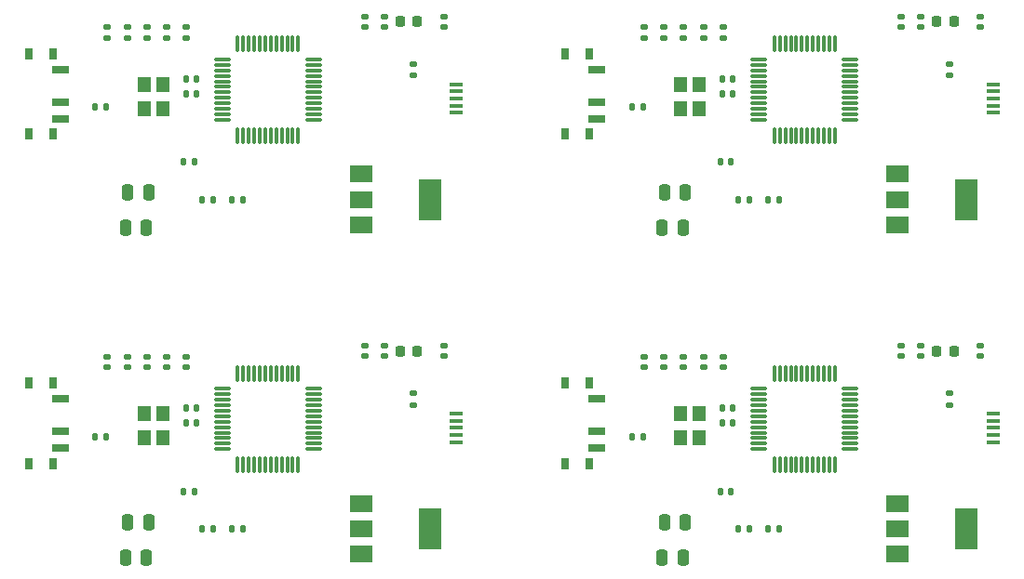
<source format=gbr>
%TF.GenerationSoftware,KiCad,Pcbnew,(6.0.7)*%
%TF.CreationDate,2022-11-18T16:05:41+07:00*%
%TF.ProjectId,test,74657374-2e6b-4696-9361-645f70636258,rev?*%
%TF.SameCoordinates,Original*%
%TF.FileFunction,Paste,Top*%
%TF.FilePolarity,Positive*%
%FSLAX46Y46*%
G04 Gerber Fmt 4.6, Leading zero omitted, Abs format (unit mm)*
G04 Created by KiCad (PCBNEW (6.0.7)) date 2022-11-18 16:05:41*
%MOMM*%
%LPD*%
G01*
G04 APERTURE LIST*
G04 Aperture macros list*
%AMRoundRect*
0 Rectangle with rounded corners*
0 $1 Rounding radius*
0 $2 $3 $4 $5 $6 $7 $8 $9 X,Y pos of 4 corners*
0 Add a 4 corners polygon primitive as box body*
4,1,4,$2,$3,$4,$5,$6,$7,$8,$9,$2,$3,0*
0 Add four circle primitives for the rounded corners*
1,1,$1+$1,$2,$3*
1,1,$1+$1,$4,$5*
1,1,$1+$1,$6,$7*
1,1,$1+$1,$8,$9*
0 Add four rect primitives between the rounded corners*
20,1,$1+$1,$2,$3,$4,$5,0*
20,1,$1+$1,$4,$5,$6,$7,0*
20,1,$1+$1,$6,$7,$8,$9,0*
20,1,$1+$1,$8,$9,$2,$3,0*%
G04 Aperture macros list end*
%ADD10R,0.800000X1.000000*%
%ADD11R,1.500000X0.700000*%
%ADD12RoundRect,0.140000X0.140000X0.170000X-0.140000X0.170000X-0.140000X-0.170000X0.140000X-0.170000X0*%
%ADD13RoundRect,0.140000X0.170000X-0.140000X0.170000X0.140000X-0.170000X0.140000X-0.170000X-0.140000X0*%
%ADD14RoundRect,0.135000X-0.135000X-0.185000X0.135000X-0.185000X0.135000X0.185000X-0.135000X0.185000X0*%
%ADD15RoundRect,0.218750X0.218750X0.256250X-0.218750X0.256250X-0.218750X-0.256250X0.218750X-0.256250X0*%
%ADD16RoundRect,0.075000X-0.662500X-0.075000X0.662500X-0.075000X0.662500X0.075000X-0.662500X0.075000X0*%
%ADD17RoundRect,0.075000X-0.075000X-0.662500X0.075000X-0.662500X0.075000X0.662500X-0.075000X0.662500X0*%
%ADD18R,1.200000X1.400000*%
%ADD19RoundRect,0.250000X-0.250000X-0.475000X0.250000X-0.475000X0.250000X0.475000X-0.250000X0.475000X0*%
%ADD20R,2.000000X1.500000*%
%ADD21R,2.000000X3.800000*%
%ADD22RoundRect,0.250000X0.250000X0.475000X-0.250000X0.475000X-0.250000X-0.475000X0.250000X-0.475000X0*%
%ADD23RoundRect,0.135000X-0.185000X0.135000X-0.185000X-0.135000X0.185000X-0.135000X0.185000X0.135000X0*%
%ADD24R,1.300000X0.450000*%
G04 APERTURE END LIST*
D10*
%TO.C,SW1*%
X27255000Y-31950000D03*
X27255000Y-39250000D03*
X25045000Y-39250000D03*
X25045000Y-31950000D03*
D11*
X27905000Y-33350000D03*
X27905000Y-36350000D03*
X27905000Y-37850000D03*
%TD*%
D12*
%TO.C,C11*%
X40280000Y-35600000D03*
X39320000Y-35600000D03*
%TD*%
D13*
%TO.C,C4*%
X37600000Y-60480000D03*
X37600000Y-59520000D03*
%TD*%
%TO.C,C2*%
X82800000Y-60480000D03*
X82800000Y-59520000D03*
%TD*%
D12*
%TO.C,C10*%
X40280000Y-64200000D03*
X39320000Y-64200000D03*
%TD*%
D10*
%TO.C,SW1*%
X73845000Y-31950000D03*
X76055000Y-31950000D03*
X73845000Y-39250000D03*
X76055000Y-39250000D03*
D11*
X76705000Y-33350000D03*
X76705000Y-36350000D03*
X76705000Y-37850000D03*
%TD*%
D13*
%TO.C,C2*%
X82800000Y-30480000D03*
X82800000Y-29520000D03*
%TD*%
%TO.C,C8*%
X111600000Y-29480000D03*
X111600000Y-28520000D03*
%TD*%
%TO.C,C3*%
X84600000Y-60480000D03*
X84600000Y-59520000D03*
%TD*%
D14*
%TO.C,R3*%
X89600000Y-75200000D03*
X90620000Y-75200000D03*
%TD*%
D13*
%TO.C,C6*%
X104400000Y-29480000D03*
X104400000Y-28520000D03*
%TD*%
D14*
%TO.C,R4*%
X92290000Y-75200000D03*
X93310000Y-75200000D03*
%TD*%
D15*
%TO.C,L1*%
X109187500Y-59000000D03*
X107612500Y-59000000D03*
%TD*%
D16*
%TO.C,U2*%
X91437500Y-62450000D03*
X91437500Y-62950000D03*
X91437500Y-63450000D03*
X91437500Y-63950000D03*
X91437500Y-64450000D03*
X91437500Y-64950000D03*
X91437500Y-65450000D03*
X91437500Y-65950000D03*
X91437500Y-66450000D03*
X91437500Y-66950000D03*
X91437500Y-67450000D03*
X91437500Y-67950000D03*
D17*
X92850000Y-69362500D03*
X93350000Y-69362500D03*
X93850000Y-69362500D03*
X94350000Y-69362500D03*
X94850000Y-69362500D03*
X95350000Y-69362500D03*
X95850000Y-69362500D03*
X96350000Y-69362500D03*
X96850000Y-69362500D03*
X97350000Y-69362500D03*
X97850000Y-69362500D03*
X98350000Y-69362500D03*
D16*
X99762500Y-67950000D03*
X99762500Y-67450000D03*
X99762500Y-66950000D03*
X99762500Y-66450000D03*
X99762500Y-65950000D03*
X99762500Y-65450000D03*
X99762500Y-64950000D03*
X99762500Y-64450000D03*
X99762500Y-63950000D03*
X99762500Y-63450000D03*
X99762500Y-62950000D03*
X99762500Y-62450000D03*
D17*
X98350000Y-61037500D03*
X97850000Y-61037500D03*
X97350000Y-61037500D03*
X96850000Y-61037500D03*
X96350000Y-61037500D03*
X95850000Y-61037500D03*
X95350000Y-61037500D03*
X94850000Y-61037500D03*
X94350000Y-61037500D03*
X93850000Y-61037500D03*
X93350000Y-61037500D03*
X92850000Y-61037500D03*
%TD*%
D18*
%TO.C,Y1*%
X35550000Y-64700000D03*
X35550000Y-66900000D03*
X37250000Y-66900000D03*
X37250000Y-64700000D03*
%TD*%
D13*
%TO.C,C4*%
X37600000Y-30480000D03*
X37600000Y-29520000D03*
%TD*%
D14*
%TO.C,R1*%
X31090000Y-66800000D03*
X32110000Y-66800000D03*
%TD*%
D13*
%TO.C,C6*%
X55600000Y-59480000D03*
X55600000Y-58520000D03*
%TD*%
D19*
%TO.C,C13*%
X82850000Y-44600000D03*
X84750000Y-44600000D03*
%TD*%
D13*
%TO.C,C6*%
X104400000Y-59480000D03*
X104400000Y-58520000D03*
%TD*%
%TO.C,C8*%
X62800000Y-29480000D03*
X62800000Y-28520000D03*
%TD*%
D19*
%TO.C,C13*%
X82850000Y-74600000D03*
X84750000Y-74600000D03*
%TD*%
D13*
%TO.C,C1*%
X81000000Y-30480000D03*
X81000000Y-29520000D03*
%TD*%
D12*
%TO.C,C10*%
X40280000Y-34200000D03*
X39320000Y-34200000D03*
%TD*%
D13*
%TO.C,C4*%
X86400000Y-30480000D03*
X86400000Y-29520000D03*
%TD*%
D12*
%TO.C,C10*%
X89080000Y-34200000D03*
X88120000Y-34200000D03*
%TD*%
D15*
%TO.C,L1*%
X60387500Y-59000000D03*
X58812500Y-59000000D03*
%TD*%
D12*
%TO.C,C9*%
X40080000Y-41800000D03*
X39120000Y-41800000D03*
%TD*%
D16*
%TO.C,U2*%
X42637500Y-62450000D03*
X42637500Y-62950000D03*
X42637500Y-63450000D03*
X42637500Y-63950000D03*
X42637500Y-64450000D03*
X42637500Y-64950000D03*
X42637500Y-65450000D03*
X42637500Y-65950000D03*
X42637500Y-66450000D03*
X42637500Y-66950000D03*
X42637500Y-67450000D03*
X42637500Y-67950000D03*
D17*
X44050000Y-69362500D03*
X44550000Y-69362500D03*
X45050000Y-69362500D03*
X45550000Y-69362500D03*
X46050000Y-69362500D03*
X46550000Y-69362500D03*
X47050000Y-69362500D03*
X47550000Y-69362500D03*
X48050000Y-69362500D03*
X48550000Y-69362500D03*
X49050000Y-69362500D03*
X49550000Y-69362500D03*
D16*
X50962500Y-67950000D03*
X50962500Y-67450000D03*
X50962500Y-66950000D03*
X50962500Y-66450000D03*
X50962500Y-65950000D03*
X50962500Y-65450000D03*
X50962500Y-64950000D03*
X50962500Y-64450000D03*
X50962500Y-63950000D03*
X50962500Y-63450000D03*
X50962500Y-62950000D03*
X50962500Y-62450000D03*
D17*
X49550000Y-61037500D03*
X49050000Y-61037500D03*
X48550000Y-61037500D03*
X48050000Y-61037500D03*
X47550000Y-61037500D03*
X47050000Y-61037500D03*
X46550000Y-61037500D03*
X46050000Y-61037500D03*
X45550000Y-61037500D03*
X45050000Y-61037500D03*
X44550000Y-61037500D03*
X44050000Y-61037500D03*
%TD*%
D14*
%TO.C,R1*%
X79890000Y-36800000D03*
X80910000Y-36800000D03*
%TD*%
D20*
%TO.C,U1*%
X55250000Y-42900000D03*
D21*
X61550000Y-45200000D03*
D20*
X55250000Y-45200000D03*
X55250000Y-47500000D03*
%TD*%
D12*
%TO.C,C9*%
X88880000Y-41800000D03*
X87920000Y-41800000D03*
%TD*%
%TO.C,C11*%
X40280000Y-65600000D03*
X39320000Y-65600000D03*
%TD*%
D13*
%TO.C,C8*%
X111600000Y-59480000D03*
X111600000Y-58520000D03*
%TD*%
D14*
%TO.C,R4*%
X43490000Y-75200000D03*
X44510000Y-75200000D03*
%TD*%
%TO.C,R3*%
X40800000Y-75200000D03*
X41820000Y-75200000D03*
%TD*%
D18*
%TO.C,Y1*%
X84350000Y-64700000D03*
X84350000Y-66900000D03*
X86050000Y-66900000D03*
X86050000Y-64700000D03*
%TD*%
D14*
%TO.C,R1*%
X79890000Y-66800000D03*
X80910000Y-66800000D03*
%TD*%
D13*
%TO.C,C8*%
X62800000Y-59480000D03*
X62800000Y-58520000D03*
%TD*%
D14*
%TO.C,R4*%
X92290000Y-45200000D03*
X93310000Y-45200000D03*
%TD*%
D13*
%TO.C,C7*%
X57400000Y-59480000D03*
X57400000Y-58520000D03*
%TD*%
%TO.C,C1*%
X32200000Y-60480000D03*
X32200000Y-59520000D03*
%TD*%
%TO.C,C5*%
X88200000Y-30480000D03*
X88200000Y-29520000D03*
%TD*%
D15*
%TO.C,L1*%
X109187500Y-29000000D03*
X107612500Y-29000000D03*
%TD*%
D13*
%TO.C,C3*%
X35800000Y-30480000D03*
X35800000Y-29520000D03*
%TD*%
D12*
%TO.C,C11*%
X89080000Y-65600000D03*
X88120000Y-65600000D03*
%TD*%
D19*
%TO.C,C13*%
X34050000Y-74600000D03*
X35950000Y-74600000D03*
%TD*%
D13*
%TO.C,C7*%
X106200000Y-29480000D03*
X106200000Y-28520000D03*
%TD*%
D15*
%TO.C,L1*%
X60387500Y-29000000D03*
X58812500Y-29000000D03*
%TD*%
D13*
%TO.C,C6*%
X55600000Y-29480000D03*
X55600000Y-28520000D03*
%TD*%
D16*
%TO.C,U2*%
X91437500Y-32450000D03*
X91437500Y-32950000D03*
X91437500Y-33450000D03*
X91437500Y-33950000D03*
X91437500Y-34450000D03*
X91437500Y-34950000D03*
X91437500Y-35450000D03*
X91437500Y-35950000D03*
X91437500Y-36450000D03*
X91437500Y-36950000D03*
X91437500Y-37450000D03*
X91437500Y-37950000D03*
D17*
X92850000Y-39362500D03*
X93350000Y-39362500D03*
X93850000Y-39362500D03*
X94350000Y-39362500D03*
X94850000Y-39362500D03*
X95350000Y-39362500D03*
X95850000Y-39362500D03*
X96350000Y-39362500D03*
X96850000Y-39362500D03*
X97350000Y-39362500D03*
X97850000Y-39362500D03*
X98350000Y-39362500D03*
D16*
X99762500Y-37950000D03*
X99762500Y-37450000D03*
X99762500Y-36950000D03*
X99762500Y-36450000D03*
X99762500Y-35950000D03*
X99762500Y-35450000D03*
X99762500Y-34950000D03*
X99762500Y-34450000D03*
X99762500Y-33950000D03*
X99762500Y-33450000D03*
X99762500Y-32950000D03*
X99762500Y-32450000D03*
D17*
X98350000Y-31037500D03*
X97850000Y-31037500D03*
X97350000Y-31037500D03*
X96850000Y-31037500D03*
X96350000Y-31037500D03*
X95850000Y-31037500D03*
X95350000Y-31037500D03*
X94850000Y-31037500D03*
X94350000Y-31037500D03*
X93850000Y-31037500D03*
X93350000Y-31037500D03*
X92850000Y-31037500D03*
%TD*%
D13*
%TO.C,C5*%
X39400000Y-30480000D03*
X39400000Y-29520000D03*
%TD*%
D22*
%TO.C,C14*%
X35750000Y-47800000D03*
X33850000Y-47800000D03*
%TD*%
D12*
%TO.C,C9*%
X40080000Y-71800000D03*
X39120000Y-71800000D03*
%TD*%
D23*
%TO.C,R2*%
X108800000Y-62890000D03*
X108800000Y-63910000D03*
%TD*%
D19*
%TO.C,C13*%
X34050000Y-44600000D03*
X35950000Y-44600000D03*
%TD*%
D20*
%TO.C,U1*%
X104050000Y-72900000D03*
X104050000Y-75200000D03*
D21*
X110350000Y-75200000D03*
D20*
X104050000Y-77500000D03*
%TD*%
D13*
%TO.C,C1*%
X32200000Y-30480000D03*
X32200000Y-29520000D03*
%TD*%
D20*
%TO.C,U1*%
X104050000Y-42900000D03*
X104050000Y-45200000D03*
D21*
X110350000Y-45200000D03*
D20*
X104050000Y-47500000D03*
%TD*%
%TO.C,U1*%
X55250000Y-72900000D03*
X55250000Y-75200000D03*
D21*
X61550000Y-75200000D03*
D20*
X55250000Y-77500000D03*
%TD*%
D13*
%TO.C,C7*%
X57400000Y-29480000D03*
X57400000Y-28520000D03*
%TD*%
%TO.C,C3*%
X84600000Y-30480000D03*
X84600000Y-29520000D03*
%TD*%
%TO.C,C7*%
X106200000Y-59480000D03*
X106200000Y-58520000D03*
%TD*%
D16*
%TO.C,U2*%
X42637500Y-32450000D03*
X42637500Y-32950000D03*
X42637500Y-33450000D03*
X42637500Y-33950000D03*
X42637500Y-34450000D03*
X42637500Y-34950000D03*
X42637500Y-35450000D03*
X42637500Y-35950000D03*
X42637500Y-36450000D03*
X42637500Y-36950000D03*
X42637500Y-37450000D03*
X42637500Y-37950000D03*
D17*
X44050000Y-39362500D03*
X44550000Y-39362500D03*
X45050000Y-39362500D03*
X45550000Y-39362500D03*
X46050000Y-39362500D03*
X46550000Y-39362500D03*
X47050000Y-39362500D03*
X47550000Y-39362500D03*
X48050000Y-39362500D03*
X48550000Y-39362500D03*
X49050000Y-39362500D03*
X49550000Y-39362500D03*
D16*
X50962500Y-37950000D03*
X50962500Y-37450000D03*
X50962500Y-36950000D03*
X50962500Y-36450000D03*
X50962500Y-35950000D03*
X50962500Y-35450000D03*
X50962500Y-34950000D03*
X50962500Y-34450000D03*
X50962500Y-33950000D03*
X50962500Y-33450000D03*
X50962500Y-32950000D03*
X50962500Y-32450000D03*
D17*
X49550000Y-31037500D03*
X49050000Y-31037500D03*
X48550000Y-31037500D03*
X48050000Y-31037500D03*
X47550000Y-31037500D03*
X47050000Y-31037500D03*
X46550000Y-31037500D03*
X46050000Y-31037500D03*
X45550000Y-31037500D03*
X45050000Y-31037500D03*
X44550000Y-31037500D03*
X44050000Y-31037500D03*
%TD*%
D23*
%TO.C,R2*%
X108800000Y-32890000D03*
X108800000Y-33910000D03*
%TD*%
D24*
%TO.C,J2*%
X112745000Y-67300000D03*
X112745000Y-66650000D03*
X112745000Y-66000000D03*
X112745000Y-65350000D03*
X112745000Y-64700000D03*
%TD*%
%TO.C,J2*%
X112745000Y-37300000D03*
X112745000Y-36650000D03*
X112745000Y-36000000D03*
X112745000Y-35350000D03*
X112745000Y-34700000D03*
%TD*%
D12*
%TO.C,C10*%
X89080000Y-64200000D03*
X88120000Y-64200000D03*
%TD*%
D14*
%TO.C,R1*%
X31090000Y-36800000D03*
X32110000Y-36800000D03*
%TD*%
D18*
%TO.C,Y1*%
X84350000Y-34700000D03*
X84350000Y-36900000D03*
X86050000Y-36900000D03*
X86050000Y-34700000D03*
%TD*%
D13*
%TO.C,C5*%
X39400000Y-60480000D03*
X39400000Y-59520000D03*
%TD*%
D10*
%TO.C,SW1*%
X27255000Y-61950000D03*
X27255000Y-69250000D03*
X25045000Y-69250000D03*
X25045000Y-61950000D03*
D11*
X27905000Y-63350000D03*
X27905000Y-66350000D03*
X27905000Y-67850000D03*
%TD*%
D13*
%TO.C,C3*%
X35800000Y-60480000D03*
X35800000Y-59520000D03*
%TD*%
D22*
%TO.C,C14*%
X35750000Y-77800000D03*
X33850000Y-77800000D03*
%TD*%
%TO.C,C14*%
X84550000Y-77800000D03*
X82650000Y-77800000D03*
%TD*%
D13*
%TO.C,C2*%
X34000000Y-60480000D03*
X34000000Y-59520000D03*
%TD*%
D24*
%TO.C,J2*%
X63945000Y-37300000D03*
X63945000Y-36650000D03*
X63945000Y-36000000D03*
X63945000Y-35350000D03*
X63945000Y-34700000D03*
%TD*%
D12*
%TO.C,C9*%
X88880000Y-71800000D03*
X87920000Y-71800000D03*
%TD*%
D23*
%TO.C,R2*%
X60000000Y-32890000D03*
X60000000Y-33910000D03*
%TD*%
D13*
%TO.C,C4*%
X86400000Y-60480000D03*
X86400000Y-59520000D03*
%TD*%
D12*
%TO.C,C11*%
X89080000Y-35600000D03*
X88120000Y-35600000D03*
%TD*%
D10*
%TO.C,SW1*%
X73845000Y-61950000D03*
X76055000Y-69250000D03*
X73845000Y-69250000D03*
X76055000Y-61950000D03*
D11*
X76705000Y-63350000D03*
X76705000Y-66350000D03*
X76705000Y-67850000D03*
%TD*%
D22*
%TO.C,C14*%
X84550000Y-47800000D03*
X82650000Y-47800000D03*
%TD*%
D13*
%TO.C,C5*%
X88200000Y-60480000D03*
X88200000Y-59520000D03*
%TD*%
D24*
%TO.C,J2*%
X63945000Y-67300000D03*
X63945000Y-66650000D03*
X63945000Y-66000000D03*
X63945000Y-65350000D03*
X63945000Y-64700000D03*
%TD*%
D13*
%TO.C,C2*%
X34000000Y-30480000D03*
X34000000Y-29520000D03*
%TD*%
D23*
%TO.C,R2*%
X60000000Y-62890000D03*
X60000000Y-63910000D03*
%TD*%
D14*
%TO.C,R3*%
X89600000Y-45200000D03*
X90620000Y-45200000D03*
%TD*%
D18*
%TO.C,Y1*%
X35550000Y-34700000D03*
X35550000Y-36900000D03*
X37250000Y-36900000D03*
X37250000Y-34700000D03*
%TD*%
D13*
%TO.C,C1*%
X81000000Y-60480000D03*
X81000000Y-59520000D03*
%TD*%
D14*
%TO.C,R4*%
X43490000Y-45200000D03*
X44510000Y-45200000D03*
%TD*%
%TO.C,R3*%
X40800000Y-45200000D03*
X41820000Y-45200000D03*
%TD*%
M02*

</source>
